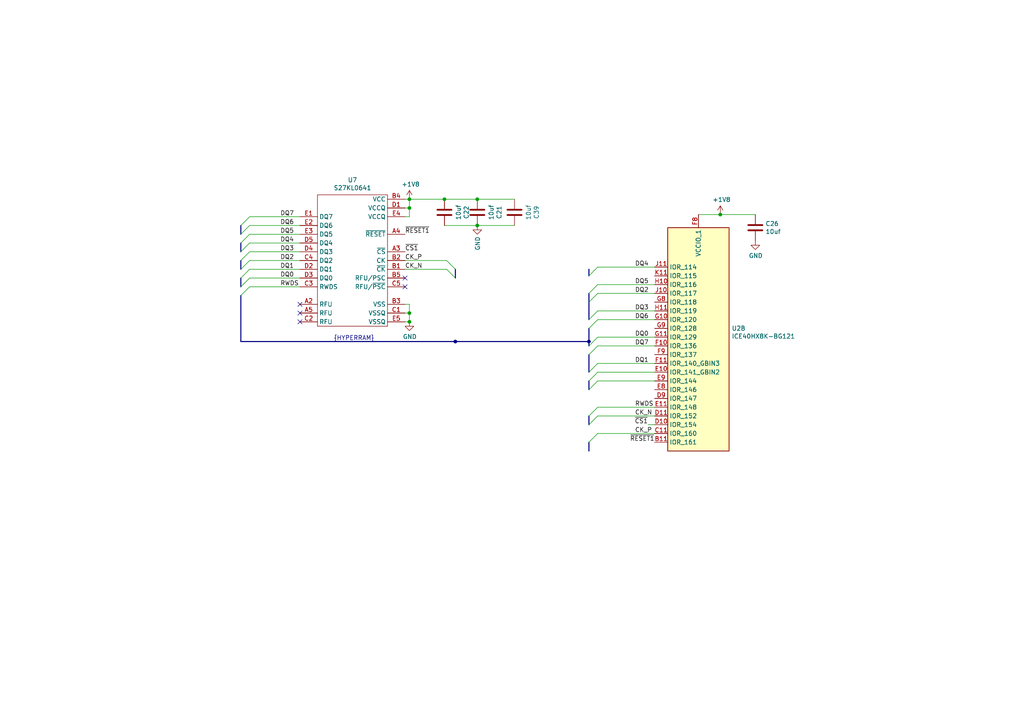
<source format=kicad_sch>
(kicad_sch (version 20200512) (host eeschema "5.99.0-unknown-eae0c14~101~ubuntu20.04.1")
  (page 5 7)
  (paper "A4")
  (title_block (rev "TEST"))
  (lib_symbols
    (symbol "Device:C" (pin_numbers hide) (pin_names (offset 0.254))
      (property "Reference" "C" (at 0.635 2.54 0))
      (property "Value" "C" (at 0.635 -2.54 0))
      (symbol "C_0_1"
        (polyline (pts (xy -2.032 -0.762) (xy 2.032 -0.762)) (stroke (width 0.508)))
        (polyline (pts (xy -2.032 0.762) (xy 2.032 0.762)) (stroke (width 0.508)))
      )
      (symbol "C_1_1"
        (pin passive line (at 0 3.81 270) (length 2.794) (name "~") (number "1"))
        (pin passive line (at 0 -3.81 90) (length 2.794) (name "~") (number "2"))
      )
    )
    (symbol "Device:C_1" (pin_numbers hide) (pin_names (offset 0.254))
      (property "Reference" "C" (at 0.635 2.54 0))
      (property "Value" "C" (at 0.635 -2.54 0))
      (symbol "C_1_0_1"
        (polyline (pts (xy -2.032 -0.762) (xy 2.032 -0.762)) (stroke (width 0.508)))
        (polyline (pts (xy -2.032 0.762) (xy 2.032 0.762)) (stroke (width 0.508)))
      )
      (symbol "C_1_1_1"
        (pin passive line (at 0 3.81 270) (length 2.794) (name "~") (number "1"))
        (pin passive line (at 0 -3.81 90) (length 2.794) (name "~") (number "2"))
      )
    )
    (symbol "Device:C_2" (pin_numbers hide) (pin_names (offset 0.254))
      (property "Reference" "C" (at 0.635 2.54 0))
      (property "Value" "C" (at 0.635 -2.54 0))
      (symbol "C_2_0_1"
        (polyline (pts (xy -2.032 -0.762) (xy 2.032 -0.762)) (stroke (width 0.508)))
        (polyline (pts (xy -2.032 0.762) (xy 2.032 0.762)) (stroke (width 0.508)))
      )
      (symbol "C_2_1_1"
        (pin passive line (at 0 3.81 270) (length 2.794) (name "~") (number "1"))
        (pin passive line (at 0 -3.81 90) (length 2.794) (name "~") (number "2"))
      )
    )
    (symbol "FPGA_Lattice:ICE40HX8K-BG121" (pin_names (offset 0.508))
      (property "Reference" "U" (at 2.54 44.45 0))
      (property "Value" "ICE40HX8K-BG121" (at 10.16 41.91 0))
      (symbol "ICE40HX8K-BG121_1_1"
        (rectangle (start -8.89 31.75) (end 8.89 -38.1) (stroke (width 0.254)) (fill (type background)))
        (pin bidirectional line (at -12.7 -35.56 0) (length 3.81) (name "IOT_225") (number "A1"))
        (pin bidirectional line (at -12.7 17.78 0) (length 3.81) (name "IOT_170") (number "A10"))
        (pin bidirectional line (at -12.7 20.32 0) (length 3.81) (name "IOT_168") (number "A11"))
        (pin bidirectional line (at -12.7 -30.48 0) (length 3.81) (name "IOT_222") (number "A2"))
        (pin bidirectional line (at -12.7 -33.02 0) (length 3.81) (name "IOT_223") (number "A3"))
        (pin bidirectional line (at -12.7 -20.32 0) (length 3.81) (name "IOT_211") (number "A4"))
        (pin bidirectional line (at -12.7 -15.24 0) (length 3.81) (name "IOT_207") (number "A5"))
        (pin bidirectional line (at -12.7 -12.7 0) (length 3.81) (name "IOT_206") (number "A6"))
        (pin bidirectional line (at -12.7 -5.08 0) (length 3.81) (name "IOT_192") (number "A7"))
        (pin bidirectional line (at -12.7 0 0) (length 3.81) (name "IOT_190") (number "A8"))
        (pin bidirectional line (at -12.7 7.62 0) (length 3.81) (name "IOT_178") (number "A9"))
        (pin bidirectional line (at -12.7 -27.94 0) (length 3.81) (name "IOT_221") (number "B3"))
        (pin bidirectional line (at -12.7 -25.4 0) (length 3.81) (name "IOT_219") (number "B4"))
        (pin bidirectional line (at -12.7 -17.78 0) (length 3.81) (name "IOT_208") (number "B5"))
        (pin bidirectional line (at -12.7 -10.16 0) (length 3.81) (name "IOT_198_GBIN0") (number "B6"))
        (pin bidirectional line (at -12.7 -7.62 0) (length 3.81) (name "IOT_197_GBIN1") (number "B7"))
        (pin bidirectional line (at -12.7 10.16 0) (length 3.81) (name "IOT_177") (number "B8"))
        (pin bidirectional line (at -12.7 12.7 0) (length 3.81) (name "IOT_174") (number "B9"))
        (pin bidirectional line (at -12.7 -2.54 0) (length 3.81) (name "IOT_191") (number "C7"))
        (pin bidirectional line (at -12.7 5.08 0) (length 3.81) (name "IOT_179") (number "C8"))
        (pin bidirectional line (at -12.7 15.24 0) (length 3.81) (name "IOT_172") (number "C9"))
        (pin bidirectional line (at -12.7 -22.86 0) (length 3.81) (name "IOT_212") (number "D5"))
        (pin power_in line (at 0 35.56 270) (length 3.81) (name "VCCIO_0") (number "D6"))
        (pin bidirectional line (at -12.7 2.54 0) (length 3.81) (name "IOT_181") (number "D7"))
      )
      (symbol "ICE40HX8K-BG121_2_1"
        (rectangle (start -8.89 31.75) (end 8.89 -33.02) (stroke (width 0.254)) (fill (type background)))
        (pin bidirectional line (at -12.7 -30.48 0) (length 3.81) (name "IOR_161") (number "B11"))
        (pin bidirectional line (at -12.7 -27.94 0) (length 3.81) (name "IOR_160") (number "C11"))
        (pin bidirectional line (at -12.7 -25.4 0) (length 3.81) (name "IOR_154") (number "D10"))
        (pin bidirectional line (at -12.7 -22.86 0) (length 3.81) (name "IOR_152") (number "D11"))
        (pin bidirectional line (at -12.7 -17.78 0) (length 3.81) (name "IOR_147") (number "D9"))
        (pin bidirectional line (at -12.7 -10.16 0) (length 3.81) (name "IOR_141_GBIN2") (number "E10"))
        (pin bidirectional line (at -12.7 -20.32 0) (length 3.81) (name "IOR_148") (number "E11"))
        (pin bidirectional line (at -12.7 -15.24 0) (length 3.81) (name "IOR_146") (number "E8"))
        (pin bidirectional line (at -12.7 -12.7 0) (length 3.81) (name "IOR_144") (number "E9"))
        (pin bidirectional line (at -12.7 -2.54 0) (length 3.81) (name "IOR_136") (number "F10"))
        (pin bidirectional line (at -12.7 -7.62 0) (length 3.81) (name "IOR_140_GBIN3") (number "F11"))
        (pin power_in line (at 0 35.56 270) (length 3.81) (name "VCCIO_1") (number "F8"))
        (pin bidirectional line (at -12.7 -5.08 0) (length 3.81) (name "IOR_137") (number "F9"))
        (pin bidirectional line (at -12.7 5.08 0) (length 3.81) (name "IOR_120") (number "G10"))
        (pin bidirectional line (at -12.7 0 0) (length 3.81) (name "IOR_129") (number "G11"))
        (pin bidirectional line (at -12.7 10.16 0) (length 3.81) (name "IOR_118") (number "G8"))
        (pin bidirectional line (at -12.7 2.54 0) (length 3.81) (name "IOR_128") (number "G9"))
        (pin bidirectional line (at -12.7 15.24 0) (length 3.81) (name "IOR_116") (number "H10"))
        (pin bidirectional line (at -12.7 7.62 0) (length 3.81) (name "IOR_119") (number "H11"))
        (pin bidirectional line (at -12.7 12.7 0) (length 3.81) (name "IOR_117") (number "J10"))
        (pin bidirectional line (at -12.7 20.32 0) (length 3.81) (name "IOR_114") (number "J11"))
        (pin bidirectional line (at -12.7 17.78 0) (length 3.81) (name "IOR_115") (number "K11"))
      )
      (symbol "ICE40HX8K-BG121_3_1"
        (rectangle (start -11.43 29.21) (end 11.43 -31.75) (stroke (width 0.254)) (fill (type background)))
        (pin power_in line (at 0 33.02 270) (length 3.81) (name "VCCIO_2") (number "H6"))
        (pin bidirectional line (at -15.24 -15.24 0) (length 3.81) (name "IOB_87") (number "H7"))
        (pin bidirectional line (at -15.24 -27.94 0) (length 3.81) (name "IOB_104_CBSEL1") (number "H9"))
        (pin bidirectional line (at -15.24 15.24 0) (length 3.81) (name "IOB_57") (number "J3"))
        (pin bidirectional line (at -15.24 7.62 0) (length 3.81) (name "IOB_64") (number "J4"))
        (pin bidirectional line (at -15.24 -2.54 0) (length 3.81) (name "IOB_78") (number "J5"))
        (pin bidirectional line (at -15.24 -12.7 0) (length 3.81) (name "IOB_86") (number "J7"))
        (pin bidirectional line (at -15.24 -20.32 0) (length 3.81) (name "IOB_91") (number "J8"))
        (pin bidirectional line (at -15.24 10.16 0) (length 3.81) (name "IOB_63") (number "K3"))
        (pin bidirectional line (at -15.24 0 0) (length 3.81) (name "IOB_73") (number "K4"))
        (pin bidirectional line (at -15.24 -5.08 0) (length 3.81) (name "IOB_79") (number "K5"))
        (pin bidirectional line (at -15.24 -10.16 0) (length 3.81) (name "IOB_82_GBIN4") (number "K6"))
        (pin bidirectional line (at -15.24 -17.78 0) (length 3.81) (name "IOB_89") (number "K7"))
        (pin open_collector line (at 15.24 25.4 180) (length 3.81) (name "CDONE") (number "K8"))
        (pin bidirectional line (at -15.24 17.78 0) (length 3.81) (name "IOB_56") (number "L1"))
        (pin bidirectional line (at -15.24 12.7 0) (length 3.81) (name "IOB_61") (number "L2"))
        (pin bidirectional line (at -15.24 5.08 0) (length 3.81) (name "IOB_71") (number "L3"))
        (pin bidirectional line (at -15.24 2.54 0) (length 3.81) (name "IOB_72") (number "L4"))
        (pin bidirectional line (at -15.24 -7.62 0) (length 3.81) (name "IOB_81_GBIN5") (number "L5"))
        (pin bidirectional line (at -15.24 -22.86 0) (length 3.81) (name "IOB_94") (number "L7"))
        (pin bidirectional line (at -15.24 -25.4 0) (length 3.81) (name "IOB_103_CBSEL0") (number "L8"))
        (pin input line (at -15.24 25.4 0) (length 3.81) (name "~CRESET") (number "L9"))
      )
      (symbol "ICE40HX8K-BG121_4_1"
        (rectangle (start -8.89 39.37) (end 8.89 -39.37) (stroke (width 0.254)) (fill (type background)))
        (pin bidirectional line (at -12.7 27.94 0) (length 3.81) (name "IOL_2A") (number "B1"))
        (pin bidirectional line (at -12.7 25.4 0) (length 3.81) (name "IOL_2B") (number "B2"))
        (pin bidirectional line (at -12.7 15.24 0) (length 3.81) (name "IOL_5B") (number "C1"))
        (pin bidirectional line (at -12.7 17.78 0) (length 3.81) (name "IOL_5A") (number "C2"))
        (pin bidirectional line (at -12.7 20.32 0) (length 3.81) (name "IOL_4B") (number "C3"))
        (pin bidirectional line (at -12.7 22.86 0) (length 3.81) (name "IOL_4A") (number "C4"))
        (pin bidirectional line (at -12.7 10.16 0) (length 3.81) (name "IOL_8B") (number "D1"))
        (pin bidirectional line (at -12.7 7.62 0) (length 3.81) (name "IOL_9A") (number "D2"))
        (pin bidirectional line (at -12.7 5.08 0) (length 3.81) (name "IOL_9B") (number "D3"))
        (pin bidirectional line (at -12.7 12.7 0) (length 3.81) (name "IOL_8A") (number "E1"))
        (pin bidirectional line (at -12.7 2.54 0) (length 3.81) (name "IOL_10A") (number "E2"))
        (pin bidirectional line (at -12.7 0 0) (length 3.81) (name "IOL_10B") (number "E3"))
        (pin power_in line (at 0 43.18 270) (length 3.81) (name "VCCIO_3") (number "E4"))
        (pin bidirectional line (at -12.7 -2.54 0) (length 3.81) (name "IOL_12A") (number "F1"))
        (pin bidirectional line (at -12.7 -5.08 0) (length 3.81) (name "IOL_12B") (number "F2"))
        (pin bidirectional line (at -12.7 -10.16 0) (length 3.81) (name "IOL_13B_GBIN7") (number "F3"))
        (pin bidirectional line (at -12.7 -7.62 0) (length 3.81) (name "IOL_13A") (number "F4"))
        (pin bidirectional line (at -12.7 -12.7 0) (length 3.81) (name "IOL_14A_GBIN6") (number "G1"))
        (pin bidirectional line (at -12.7 -15.24 0) (length 3.81) (name "IOL_14B") (number "G2"))
        (pin bidirectional line (at -12.7 -17.78 0) (length 3.81) (name "IOL_17A") (number "G3"))
        (pin passive line (at 0 43.18 270) (length 3.81) hide (name "VCCIO_3") (number "G4"))
        (pin bidirectional line (at -12.7 -22.86 0) (length 3.81) (name "IOL_18A") (number "H1"))
        (pin bidirectional line (at -12.7 -25.4 0) (length 3.81) (name "IOL_18B") (number "H2"))
        (pin bidirectional line (at -12.7 -20.32 0) (length 3.81) (name "IOL_17B") (number "H3"))
        (pin bidirectional line (at -12.7 -27.94 0) (length 3.81) (name "IOL_23A") (number "J1"))
        (pin bidirectional line (at -12.7 -35.56 0) (length 3.81) (name "IOL_25B") (number "J2"))
        (pin bidirectional line (at -12.7 -30.48 0) (length 3.81) (name "IOL_23B") (number "K1"))
        (pin bidirectional line (at -12.7 -33.02 0) (length 3.81) (name "IOL_25A") (number "K2"))
      )
      (symbol "ICE40HX8K-BG121_5_1"
        (rectangle (start -11.43 13.97) (end 11.43 -13.97) (stroke (width 0.254)) (fill (type background)))
        (pin power_in line (at -2.54 17.78 270) (length 3.81) (name "VPP_FAST") (number "B10"))
        (pin power_in line (at 0 17.78 270) (length 3.81) (name "VPP_2V5") (number "C10"))
        (pin power_in line (at 15.24 -10.16 180) (length 3.81) (name "GNDPLL1") (number "C5"))
        (pin power_in line (at 15.24 -2.54 180) (length 3.81) (name "VCCPLL1") (number "C6"))
        (pin passive line (at 2.54 17.78 270) (length 3.81) hide (name "VCC") (number "D4"))
        (pin power_in line (at 2.54 17.78 270) (length 3.81) (name "VCC") (number "D8"))
        (pin power_in line (at -7.62 -17.78 90) (length 3.81) (name "GND") (number "E5"))
        (pin passive line (at -7.62 -17.78 90) (length 3.81) hide (name "GND") (number "E6"))
        (pin passive line (at -7.62 -17.78 90) (length 3.81) hide (name "GND") (number "E7"))
        (pin passive line (at -7.62 -17.78 90) (length 3.81) hide (name "GND") (number "F5"))
        (pin passive line (at -7.62 -17.78 90) (length 3.81) hide (name "GND") (number "F6"))
        (pin passive line (at -7.62 -17.78 90) (length 3.81) hide (name "GND") (number "F7"))
        (pin passive line (at -7.62 -17.78 90) (length 3.81) hide (name "GND") (number "G5"))
        (pin passive line (at -7.62 -17.78 90) (length 3.81) hide (name "GND") (number "G6"))
        (pin passive line (at -7.62 -17.78 90) (length 3.81) hide (name "GND") (number "G7"))
        (pin passive line (at 2.54 17.78 270) (length 3.81) hide (name "VCC") (number "H4"))
        (pin passive line (at -7.62 -17.78 90) (length 3.81) hide (name "GND") (number "H5"))
        (pin passive line (at 2.54 17.78 270) (length 3.81) hide (name "VCC") (number "H8"))
        (pin power_in line (at 15.24 7.62 180) (length 3.81) (name "VCCPLL0") (number "J6"))
        (pin bidirectional line (at -15.24 0 0) (length 3.81) (name "IOB_106_SDI") (number "J9"))
        (pin bidirectional line (at -15.24 -5.08 0) (length 3.81) (name "IOB_108_SS") (number "K10"))
        (pin bidirectional line (at -15.24 2.54 0) (length 3.81) (name "IOB_105_SDO") (number "K9"))
        (pin bidirectional line (at -15.24 -2.54 0) (length 3.81) (name "IOB_107_SCK") (number "L10"))
        (pin power_in line (at -7.62 17.78 270) (length 3.81) (name "VCC_SPI") (number "L11"))
        (pin power_in line (at 15.24 0 180) (length 3.81) (name "GNDPLL0") (number "L6"))
      )
    )
    (symbol "h75_poe:S27KL0641"
      (property "Reference" "U" (at 0 20.32 0))
      (property "Value" "S27KL0641" (at 0 -20.32 0))
      (symbol "S27KL0641_0_1"
        (rectangle (start -10.16 19.05) (end 10.16 -19.05))
      )
      (symbol "S27KL0641_1_1"
        (pin passive line (at 15.24 -12.7 180) (length 5.08) (name "RFU") (number "A2"))
        (pin input line (at -15.24 2.54 0) (length 5.08) (name "~CS") (number "A3"))
        (pin input line (at -15.24 7.62 0) (length 5.08) (name "~RESET") (number "A4"))
        (pin passive line (at 15.24 -15.24 180) (length 5.08) (name "RFU") (number "A5"))
        (pin input line (at -15.24 -2.54 0) (length 5.08) (name "~CK") (number "B1"))
        (pin input line (at -15.24 0 0) (length 5.08) (name "CK") (number "B2"))
        (pin power_in line (at -15.24 -12.7 0) (length 5.08) (name "VSS") (number "B3"))
        (pin power_in line (at -15.24 17.78 0) (length 5.08) (name "VCC") (number "B4"))
        (pin input line (at -15.24 -5.08 0) (length 5.08) (name "RFU/PSC") (number "B5"))
        (pin power_in line (at -15.24 -15.24 0) (length 5.08) (name "VSSQ") (number "C1"))
        (pin passive line (at 15.24 -17.78 180) (length 5.08) (name "RFU") (number "C2"))
        (pin bidirectional line (at 15.24 -7.62 180) (length 5.08) (name "RWDS") (number "C3"))
        (pin bidirectional line (at 15.24 0 180) (length 5.08) (name "DQ2") (number "C4"))
        (pin input line (at -15.24 -7.62 0) (length 5.08) (name "RFU/~PSC") (number "C5"))
        (pin power_in line (at -15.24 15.24 0) (length 5.08) (name "VCCQ") (number "D1"))
        (pin bidirectional line (at 15.24 -2.54 180) (length 5.08) (name "DQ1") (number "D2"))
        (pin bidirectional line (at 15.24 -5.08 180) (length 5.08) (name "DQ0") (number "D3"))
        (pin bidirectional line (at 15.24 2.54 180) (length 5.08) (name "DQ3") (number "D4"))
        (pin bidirectional line (at 15.24 5.08 180) (length 5.08) (name "DQ4") (number "D5"))
        (pin bidirectional line (at 15.24 12.7 180) (length 5.08) (name "DQ7") (number "E1"))
        (pin bidirectional line (at 15.24 10.16 180) (length 5.08) (name "DQ6") (number "E2"))
        (pin bidirectional line (at 15.24 7.62 180) (length 5.08) (name "DQ5") (number "E3"))
        (pin power_in line (at -15.24 12.7 0) (length 5.08) (name "VCCQ") (number "E4"))
        (pin power_in line (at -15.24 -17.78 0) (length 5.08) (name "VSSQ") (number "E5"))
      )
    )
    (symbol "power:+1V8" (power) (pin_names (offset 0))
      (property "Value" "+1V8" (at 0 3.556 0))
      (symbol "+1V8_0_1"
        (polyline (pts (xy -0.762 1.27) (xy 0 2.54)))
        (polyline (pts (xy 0 0) (xy 0 2.54)))
        (polyline (pts (xy 0 2.54) (xy 0.762 1.27)))
      )
      (symbol "+1V8_1_1"
        (pin power_in line (at 0 0 90) (length 0) hide (name "+1V8") (number "1"))
      )
    )
    (symbol "power:GND" (power) (pin_names (offset 0))
      (property "Value" "GND" (at 0 -3.81 0))
      (symbol "GND_0_1"
        (polyline (pts (xy 0 0) (xy 0 -1.27) (xy 1.27 -1.27) (xy 0 -2.54) (xy -1.27 -1.27) (xy 0 -1.27)))
      )
      (symbol "GND_1_1"
        (pin power_in line (at 0 0 270) (length 0) hide (name "GND") (number "1"))
      )
    )
  )
  (bus_alias "HYPERRAM" (members "DQ[7..0]" "RWDS" "~CS" "CK" "~CK" "RFU/PSC" "RFU/~PSC"))
  (junction (at 118.745 57.785))
  (junction (at 118.745 60.325))
  (junction (at 118.745 90.805))
  (junction (at 118.745 93.345))
  (junction (at 128.905 57.785))
  (junction (at 138.43 57.785))
  (junction (at 138.43 65.405))
  (junction (at 208.915 62.23))
  (junction (at 132.08 99.06))
  (junction (at 170.815 99.06))
  (no_connect (at 117.475 80.645))
  (no_connect (at 86.995 93.345))
  (no_connect (at 117.475 83.185))
  (no_connect (at 86.995 88.265))
  (no_connect (at 86.995 90.805))
  (bus_entry (at 69.85 65.405) (size 2.54 -2.54))
  (bus_entry (at 69.85 67.945) (size 2.54 -2.54))
  (bus_entry (at 69.85 70.485) (size 2.54 -2.54))
  (bus_entry (at 69.85 73.025) (size 2.54 -2.54))
  (bus_entry (at 69.85 75.565) (size 2.54 -2.54))
  (bus_entry (at 69.85 78.105) (size 2.54 -2.54))
  (bus_entry (at 69.85 80.645) (size 2.54 -2.54))
  (bus_entry (at 69.85 83.185) (size 2.54 -2.54))
  (bus_entry (at 69.85 85.725) (size 2.54 -2.54))
  (bus_entry (at 129.54 75.565) (size 2.54 2.54))
  (bus_entry (at 129.54 78.105) (size 2.54 2.54))
  (bus_entry (at 170.815 80.01) (size 2.54 -2.54))
  (bus_entry (at 170.815 85.09) (size 2.54 -2.54))
  (bus_entry (at 170.815 87.63) (size 2.54 -2.54))
  (bus_entry (at 170.815 92.71) (size 2.54 -2.54))
  (bus_entry (at 170.815 95.25) (size 2.54 -2.54))
  (bus_entry (at 170.815 100.33) (size 2.54 -2.54))
  (bus_entry (at 170.815 102.87) (size 2.54 -2.54))
  (bus_entry (at 170.815 107.95) (size 2.54 -2.54))
  (bus_entry (at 170.815 110.49) (size 2.54 -2.54))
  (bus_entry (at 170.815 113.03) (size 2.54 -2.54))
  (bus_entry (at 170.815 120.65) (size 2.54 -2.54))
  (bus_entry (at 170.815 123.19) (size 2.54 -2.54))
  (bus_entry (at 170.815 128.27) (size 2.54 -2.54))
  (wire (pts (xy 72.39 62.865) (xy 86.995 62.865)))
  (wire (pts (xy 72.39 65.405) (xy 86.995 65.405)))
  (wire (pts (xy 72.39 67.945) (xy 86.995 67.945)))
  (wire (pts (xy 72.39 70.485) (xy 86.995 70.485)))
  (wire (pts (xy 72.39 73.025) (xy 86.995 73.025)))
  (wire (pts (xy 72.39 75.565) (xy 86.995 75.565)))
  (wire (pts (xy 72.39 78.105) (xy 86.995 78.105)))
  (wire (pts (xy 72.39 80.645) (xy 86.995 80.645)))
  (wire (pts (xy 72.39 83.185) (xy 86.995 83.185)))
  (wire (pts (xy 117.475 57.785) (xy 118.745 57.785)))
  (wire (pts (xy 117.475 60.325) (xy 118.745 60.325)))
  (wire (pts (xy 117.475 75.565) (xy 129.54 75.565)))
  (wire (pts (xy 117.475 78.105) (xy 129.54 78.105)))
  (wire (pts (xy 117.475 90.805) (xy 118.745 90.805)))
  (wire (pts (xy 117.475 93.345) (xy 118.745 93.345)))
  (wire (pts (xy 118.745 57.785) (xy 118.745 60.325)))
  (wire (pts (xy 118.745 57.785) (xy 128.905 57.785)))
  (wire (pts (xy 118.745 60.325) (xy 118.745 62.865)))
  (wire (pts (xy 118.745 62.865) (xy 117.475 62.865)))
  (wire (pts (xy 118.745 88.265) (xy 117.475 88.265)))
  (wire (pts (xy 118.745 90.805) (xy 118.745 88.265)))
  (wire (pts (xy 118.745 93.345) (xy 118.745 90.805)))
  (wire (pts (xy 128.905 57.785) (xy 138.43 57.785)))
  (wire (pts (xy 128.905 65.405) (xy 138.43 65.405)))
  (wire (pts (xy 138.43 57.785) (xy 149.225 57.785)))
  (wire (pts (xy 138.43 65.405) (xy 149.225 65.405)))
  (wire (pts (xy 173.355 77.47) (xy 189.865 77.47)))
  (wire (pts (xy 173.355 82.55) (xy 189.865 82.55)))
  (wire (pts (xy 173.355 85.09) (xy 189.865 85.09)))
  (wire (pts (xy 173.355 90.17) (xy 189.865 90.17)))
  (wire (pts (xy 173.355 92.71) (xy 189.865 92.71)))
  (wire (pts (xy 173.355 97.79) (xy 189.865 97.79)))
  (wire (pts (xy 173.355 100.33) (xy 189.865 100.33)))
  (wire (pts (xy 173.355 105.41) (xy 189.865 105.41)))
  (wire (pts (xy 173.355 107.95) (xy 189.865 107.95)))
  (wire (pts (xy 173.355 110.49) (xy 189.865 110.49)))
  (wire (pts (xy 173.355 118.11) (xy 189.865 118.11)))
  (wire (pts (xy 173.355 120.65) (xy 189.865 120.65)))
  (wire (pts (xy 173.355 125.73) (xy 189.865 125.73)))
  (wire (pts (xy 187.96 123.19) (xy 189.865 123.19)))
  (wire (pts (xy 202.565 62.23) (xy 208.915 62.23)))
  (wire (pts (xy 208.915 62.23) (xy 219.075 62.23)))
  (bus (pts (xy 69.85 65.405) (xy 69.85 70.485)))
  (bus (pts (xy 69.85 70.485) (xy 69.85 75.565)))
  (bus (pts (xy 69.85 75.565) (xy 69.85 80.645)))
  (bus (pts (xy 69.85 80.645) (xy 69.85 85.725)))
  (bus (pts (xy 69.85 85.725) (xy 69.85 99.06)))
  (bus (pts (xy 69.85 99.06) (xy 132.08 99.06)))
  (bus (pts (xy 132.08 78.105) (xy 132.08 99.06)))
  (bus (pts (xy 132.08 99.06) (xy 170.815 99.06)))
  (bus (pts (xy 170.815 78.105) (xy 170.815 85.09)))
  (bus (pts (xy 170.815 85.09) (xy 170.815 87.63)))
  (bus (pts (xy 170.815 87.63) (xy 170.815 95.25)))
  (bus (pts (xy 170.815 95.25) (xy 170.815 99.06)))
  (bus (pts (xy 170.815 99.06) (xy 170.815 102.87)))
  (bus (pts (xy 170.815 102.87) (xy 170.815 110.49)))
  (bus (pts (xy 170.815 110.49) (xy 170.815 120.65)))
  (bus (pts (xy 170.815 120.65) (xy 170.815 128.27)))
  (bus (pts (xy 170.815 128.27) (xy 170.815 130.81)))
  (label "DQ7" (at 81.28 62.865 0))
  (label "DQ6" (at 81.28 65.405 0))
  (label "DQ5" (at 81.28 67.945 0))
  (label "DQ4" (at 81.28 70.485 0))
  (label "DQ3" (at 81.28 73.025 0))
  (label "DQ2" (at 81.28 75.565 0))
  (label "DQ1" (at 81.28 78.105 0))
  (label "DQ0" (at 81.28 80.645 0))
  (label "RWDS" (at 81.28 83.185 0))
  (label "{HYPERRAM}" (at 108.585 99.06 180))
  (label "~RESET1" (at 117.475 67.945 0))
  (label "~CS1" (at 117.475 73.025 0))
  (label "CK_P" (at 117.475 75.565 0))
  (label "CK_N" (at 117.475 78.105 0))
  (label "DQ4" (at 184.15 77.47 0))
  (label "DQ5" (at 184.15 82.55 0))
  (label "DQ2" (at 184.15 85.09 0))
  (label "DQ3" (at 184.15 90.17 0))
  (label "DQ6" (at 184.15 92.71 0))
  (label "DQ0" (at 184.15 97.79 0))
  (label "DQ7" (at 184.15 100.33 0))
  (label "DQ1" (at 184.15 105.41 0))
  (label "RWDS" (at 184.15 118.11 0))
  (label "CK_N" (at 184.15 120.65 0))
  (label "CK_P" (at 184.15 125.73 0))
  (label "~CS1" (at 187.96 123.19 180))
  (label "~RESET1" (at 189.865 128.27 180))
  (symbol (lib_id "power:+1V8") (at 118.745 57.785 0) (unit 1)
    (property "Reference" "#PWR0142" (effects hide))
    (property "Value" "+1V8" (at 119.1133 53.4606 0))
  )
  (symbol (lib_id "power:+1V8") (at 208.915 62.23 0) (unit 1)
    (property "Reference" "#PWR0146" (effects hide))
    (property "Value" "+1V8" (at 209.2833 57.9056 0))
  )
  (symbol (lib_id "power:GND") (at 118.745 93.345 0) (unit 1)
    (property "Reference" "#PWR0143" (effects hide))
    (property "Value" "GND" (at 118.8593 97.6694 0))
  )
  (symbol (lib_id "power:GND") (at 138.43 65.405 0) (unit 1)
    (property "Reference" "#PWR0148" (effects hide))
    (property "Value" "GND" (at 138.5443 68.5801 90) (effects (justify right)))
  )
  (symbol (lib_id "power:GND") (at 219.075 69.85 0) (unit 1)
    (property "Reference" "#PWR0145" (effects hide))
    (property "Value" "GND" (at 219.1893 74.1744 0))
  )
  (symbol (lib_name "Device:C_2") (lib_id "Device:C") (at 128.905 61.595 0) (unit 1)
    (property "Reference" "C22" (at 135.2742 61.595 90))
    (property "Value" "10uf" (at 132.9755 61.595 90))
    (property "Footprint" "Capacitor_SMD:C_0402_1005Metric" (effects hide))
    (property "Source" "ANY" (effects hide))
  )
  (symbol (lib_id "Device:C") (at 138.43 61.595 0) (unit 1)
    (property "Reference" "C21" (at 144.7992 61.595 90))
    (property "Value" "10uf" (at 142.5005 61.595 90))
    (property "Footprint" "Capacitor_SMD:C_0402_1005Metric" (effects hide))
    (property "Source" "ANY" (effects hide))
  )
  (symbol (lib_id "Device:C") (at 149.225 61.595 0) (unit 1)
    (property "Reference" "C39" (at 155.5942 61.595 90))
    (property "Value" "10uf" (at 153.2955 61.595 90))
    (property "Footprint" "Capacitor_SMD:C_0402_1005Metric" (effects hide))
    (property "Source" "ANY" (effects hide))
  )
  (symbol (lib_name "Device:C_1") (lib_id "Device:C") (at 219.075 66.04 0) (unit 1)
    (property "Reference" "C26" (at 221.9961 64.8906 0) (effects (justify left)))
    (property "Value" "10uf" (at 221.9961 67.1893 0) (effects (justify left)))
    (property "Footprint" "Capacitor_SMD:C_0402_1005Metric" (effects hide))
    (property "Source" "ANY" (effects hide))
  )
  (symbol (lib_id "h75_poe:S27KL0641") (at 102.235 75.565 0) (mirror y) (unit 1)
    (property "Reference" "U7" (at 102.235 52.2032 0))
    (property "Value" "S27KL0641" (at 102.235 54.5019 0))
    (property "Footprint" "hub75_poe:BGA-24_5x5_6.0x8.0mm" (effects hide))
    (property "Datasheet" "http://www.cypress.com/file/183506/download" (effects hide))
    (property "Source" "ANY" (effects hide))
  )
  (symbol (lib_id "FPGA_Lattice:ICE40HX8K-BG121") (at 202.565 97.79 0) (unit 2)
    (property "Reference" "U2" (at 212.2171 95.2436 0) (effects (justify left)))
    (property "Value" "ICE40HX8K-BG121" (at 212.2171 97.5423 0) (effects (justify left)))
    (property "Footprint" "Package_BGA:BGA-121_9.0x9.0mm_Layout11x11_P0.8mm_Ball0.4mm_Pad0.35mm_NSMD" (effects hide))
    (property "Datasheet" "http://www.latticesemi.com/Products/FPGAandCPLD/iCE40" (effects hide))
    (property "Source" "ANY" (effects hide))
  )
)
</source>
